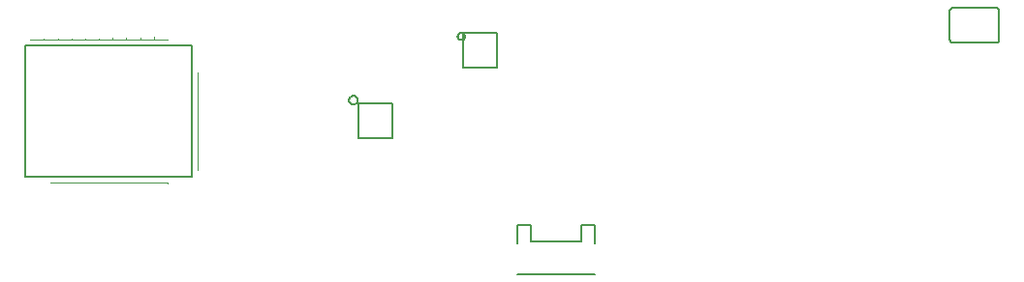
<source format=gbo>
G75*
%MOIN*%
%OFA0B0*%
%FSLAX25Y25*%
%IPPOS*%
%LPD*%
%AMOC8*
5,1,8,0,0,1.08239X$1,22.5*
%
%ADD10C,0.00500*%
%ADD11C,0.00079*%
%ADD12C,0.00800*%
%ADD13C,0.00600*%
D10*
X0004983Y0047837D02*
X0062267Y0047837D01*
X0062267Y0093113D01*
X0004983Y0093113D01*
X0004983Y0047837D01*
X0116413Y0074217D02*
X0116415Y0074294D01*
X0116421Y0074370D01*
X0116431Y0074446D01*
X0116445Y0074521D01*
X0116462Y0074596D01*
X0116484Y0074669D01*
X0116509Y0074742D01*
X0116539Y0074813D01*
X0116571Y0074882D01*
X0116608Y0074949D01*
X0116647Y0075015D01*
X0116690Y0075078D01*
X0116737Y0075139D01*
X0116786Y0075198D01*
X0116839Y0075254D01*
X0116894Y0075307D01*
X0116952Y0075357D01*
X0117012Y0075404D01*
X0117075Y0075448D01*
X0117140Y0075489D01*
X0117207Y0075526D01*
X0117276Y0075560D01*
X0117346Y0075590D01*
X0117418Y0075616D01*
X0117492Y0075638D01*
X0117566Y0075657D01*
X0117641Y0075672D01*
X0117717Y0075683D01*
X0117793Y0075690D01*
X0117870Y0075693D01*
X0117946Y0075692D01*
X0118023Y0075687D01*
X0118099Y0075678D01*
X0118175Y0075665D01*
X0118249Y0075648D01*
X0118323Y0075628D01*
X0118396Y0075603D01*
X0118467Y0075575D01*
X0118537Y0075543D01*
X0118605Y0075508D01*
X0118671Y0075469D01*
X0118735Y0075427D01*
X0118796Y0075381D01*
X0118856Y0075332D01*
X0118912Y0075281D01*
X0118966Y0075226D01*
X0119017Y0075169D01*
X0119065Y0075109D01*
X0119110Y0075047D01*
X0119151Y0074982D01*
X0119189Y0074916D01*
X0119224Y0074848D01*
X0119254Y0074777D01*
X0119282Y0074706D01*
X0119305Y0074633D01*
X0119325Y0074559D01*
X0119341Y0074484D01*
X0119353Y0074408D01*
X0119361Y0074332D01*
X0119365Y0074255D01*
X0119365Y0074179D01*
X0119361Y0074102D01*
X0119353Y0074026D01*
X0119341Y0073950D01*
X0119325Y0073875D01*
X0119305Y0073801D01*
X0119282Y0073728D01*
X0119254Y0073657D01*
X0119224Y0073586D01*
X0119189Y0073518D01*
X0119151Y0073452D01*
X0119110Y0073387D01*
X0119065Y0073325D01*
X0119017Y0073265D01*
X0118966Y0073208D01*
X0118912Y0073153D01*
X0118856Y0073102D01*
X0118796Y0073053D01*
X0118735Y0073007D01*
X0118671Y0072965D01*
X0118605Y0072926D01*
X0118537Y0072891D01*
X0118467Y0072859D01*
X0118396Y0072831D01*
X0118323Y0072806D01*
X0118249Y0072786D01*
X0118175Y0072769D01*
X0118099Y0072756D01*
X0118023Y0072747D01*
X0117946Y0072742D01*
X0117870Y0072741D01*
X0117793Y0072744D01*
X0117717Y0072751D01*
X0117641Y0072762D01*
X0117566Y0072777D01*
X0117492Y0072796D01*
X0117418Y0072818D01*
X0117346Y0072844D01*
X0117276Y0072874D01*
X0117207Y0072908D01*
X0117140Y0072945D01*
X0117075Y0072986D01*
X0117012Y0073030D01*
X0116952Y0073077D01*
X0116894Y0073127D01*
X0116839Y0073180D01*
X0116786Y0073236D01*
X0116737Y0073295D01*
X0116690Y0073356D01*
X0116647Y0073419D01*
X0116608Y0073485D01*
X0116571Y0073552D01*
X0116539Y0073621D01*
X0116509Y0073692D01*
X0116484Y0073765D01*
X0116462Y0073838D01*
X0116445Y0073913D01*
X0116431Y0073988D01*
X0116421Y0074064D01*
X0116415Y0074140D01*
X0116413Y0074217D01*
X0119661Y0072918D02*
X0119661Y0061107D01*
X0131472Y0061107D01*
X0131472Y0072918D01*
X0119661Y0072918D01*
X0155661Y0085507D02*
X0167472Y0085507D01*
X0167472Y0097318D01*
X0155661Y0097318D01*
X0155661Y0085507D01*
X0153815Y0096176D02*
X0153817Y0096246D01*
X0153823Y0096317D01*
X0153833Y0096386D01*
X0153846Y0096455D01*
X0153864Y0096524D01*
X0153885Y0096591D01*
X0153911Y0096657D01*
X0153939Y0096721D01*
X0153972Y0096784D01*
X0154008Y0096844D01*
X0154047Y0096903D01*
X0154089Y0096959D01*
X0154134Y0097013D01*
X0154183Y0097064D01*
X0154234Y0097113D01*
X0154288Y0097158D01*
X0154344Y0097200D01*
X0154403Y0097239D01*
X0154463Y0097275D01*
X0154526Y0097308D01*
X0154590Y0097336D01*
X0154656Y0097362D01*
X0154723Y0097383D01*
X0154792Y0097401D01*
X0154861Y0097414D01*
X0154930Y0097424D01*
X0155001Y0097430D01*
X0155071Y0097432D01*
X0155141Y0097430D01*
X0155212Y0097424D01*
X0155281Y0097414D01*
X0155350Y0097401D01*
X0155419Y0097383D01*
X0155486Y0097362D01*
X0155552Y0097336D01*
X0155616Y0097308D01*
X0155679Y0097275D01*
X0155739Y0097239D01*
X0155798Y0097200D01*
X0155854Y0097158D01*
X0155908Y0097113D01*
X0155959Y0097064D01*
X0156008Y0097013D01*
X0156053Y0096959D01*
X0156095Y0096903D01*
X0156134Y0096844D01*
X0156170Y0096784D01*
X0156203Y0096721D01*
X0156231Y0096657D01*
X0156257Y0096591D01*
X0156278Y0096524D01*
X0156296Y0096455D01*
X0156309Y0096386D01*
X0156319Y0096317D01*
X0156325Y0096246D01*
X0156327Y0096176D01*
X0156325Y0096106D01*
X0156319Y0096035D01*
X0156309Y0095966D01*
X0156296Y0095897D01*
X0156278Y0095828D01*
X0156257Y0095761D01*
X0156231Y0095695D01*
X0156203Y0095631D01*
X0156170Y0095568D01*
X0156134Y0095508D01*
X0156095Y0095449D01*
X0156053Y0095393D01*
X0156008Y0095339D01*
X0155959Y0095288D01*
X0155908Y0095239D01*
X0155854Y0095194D01*
X0155798Y0095152D01*
X0155739Y0095113D01*
X0155679Y0095077D01*
X0155616Y0095044D01*
X0155552Y0095016D01*
X0155486Y0094990D01*
X0155419Y0094969D01*
X0155350Y0094951D01*
X0155281Y0094938D01*
X0155212Y0094928D01*
X0155141Y0094922D01*
X0155071Y0094920D01*
X0155001Y0094922D01*
X0154930Y0094928D01*
X0154861Y0094938D01*
X0154792Y0094951D01*
X0154723Y0094969D01*
X0154656Y0094990D01*
X0154590Y0095016D01*
X0154526Y0095044D01*
X0154463Y0095077D01*
X0154403Y0095113D01*
X0154344Y0095152D01*
X0154288Y0095194D01*
X0154234Y0095239D01*
X0154183Y0095288D01*
X0154134Y0095339D01*
X0154089Y0095393D01*
X0154047Y0095449D01*
X0154008Y0095508D01*
X0153972Y0095568D01*
X0153939Y0095631D01*
X0153911Y0095695D01*
X0153885Y0095761D01*
X0153864Y0095828D01*
X0153846Y0095897D01*
X0153833Y0095966D01*
X0153823Y0096035D01*
X0153817Y0096106D01*
X0153815Y0096176D01*
D11*
X0020928Y0045869D02*
X0013723Y0045869D01*
X0020928Y0045869D02*
X0020928Y0045672D01*
X0020928Y0045869D02*
X0025652Y0045869D01*
X0025652Y0045672D01*
X0025652Y0045869D02*
X0030377Y0045869D01*
X0030377Y0045711D01*
X0030377Y0045869D02*
X0035101Y0045869D01*
X0035101Y0045554D01*
X0035101Y0045869D02*
X0039826Y0045869D01*
X0039826Y0045672D01*
X0039826Y0045869D02*
X0044550Y0045869D01*
X0044550Y0045554D01*
X0044550Y0045869D02*
X0049275Y0045869D01*
X0049275Y0045593D01*
X0049275Y0045869D02*
X0053999Y0045869D01*
X0053999Y0045435D01*
X0064235Y0050160D02*
X0064235Y0055514D01*
X0064353Y0055514D01*
X0064235Y0055514D02*
X0064235Y0060239D01*
X0064393Y0060239D01*
X0064235Y0060239D02*
X0064235Y0064963D01*
X0064353Y0064963D01*
X0064235Y0064963D02*
X0064235Y0069687D01*
X0064353Y0069687D01*
X0064235Y0069687D02*
X0064235Y0074412D01*
X0064393Y0074412D01*
X0064235Y0074412D02*
X0064235Y0079136D01*
X0064471Y0079136D01*
X0064235Y0079136D02*
X0064235Y0083861D01*
X0053999Y0095081D02*
X0049275Y0095081D01*
X0049275Y0095987D01*
X0049275Y0095081D02*
X0044550Y0095081D01*
X0044550Y0095632D01*
X0044550Y0095081D02*
X0039826Y0095081D01*
X0039826Y0095554D01*
X0039826Y0095081D02*
X0035101Y0095081D01*
X0035101Y0095829D01*
X0035101Y0095081D02*
X0030377Y0095081D01*
X0030377Y0095317D01*
X0030377Y0095081D02*
X0025652Y0095081D01*
X0025652Y0095239D01*
X0025652Y0095081D02*
X0020928Y0095081D01*
X0020928Y0095239D01*
X0020928Y0095081D02*
X0016204Y0095081D01*
X0016204Y0095317D01*
X0016204Y0095081D02*
X0011479Y0095081D01*
X0011479Y0095239D01*
X0011479Y0095081D02*
X0006755Y0095081D01*
D12*
X0174181Y0031033D02*
X0174181Y0024734D01*
X0178905Y0025521D02*
X0178905Y0031033D01*
X0174181Y0031033D01*
X0178905Y0025521D02*
X0196228Y0025521D01*
X0196228Y0031033D01*
X0200952Y0031033D01*
X0200952Y0024734D01*
X0200952Y0014104D02*
X0174181Y0014104D01*
D13*
X0323167Y0095113D02*
X0323167Y0105113D01*
X0323169Y0105173D01*
X0323174Y0105234D01*
X0323183Y0105293D01*
X0323196Y0105352D01*
X0323212Y0105411D01*
X0323232Y0105468D01*
X0323255Y0105523D01*
X0323282Y0105578D01*
X0323311Y0105630D01*
X0323344Y0105681D01*
X0323380Y0105730D01*
X0323418Y0105776D01*
X0323460Y0105820D01*
X0323504Y0105862D01*
X0323550Y0105900D01*
X0323599Y0105936D01*
X0323650Y0105969D01*
X0323702Y0105998D01*
X0323757Y0106025D01*
X0323812Y0106048D01*
X0323869Y0106068D01*
X0323928Y0106084D01*
X0323987Y0106097D01*
X0324046Y0106106D01*
X0324107Y0106111D01*
X0324167Y0106113D01*
X0339167Y0106113D01*
X0339227Y0106111D01*
X0339288Y0106106D01*
X0339347Y0106097D01*
X0339406Y0106084D01*
X0339465Y0106068D01*
X0339522Y0106048D01*
X0339577Y0106025D01*
X0339632Y0105998D01*
X0339684Y0105969D01*
X0339735Y0105936D01*
X0339784Y0105900D01*
X0339830Y0105862D01*
X0339874Y0105820D01*
X0339916Y0105776D01*
X0339954Y0105730D01*
X0339990Y0105681D01*
X0340023Y0105630D01*
X0340052Y0105578D01*
X0340079Y0105523D01*
X0340102Y0105468D01*
X0340122Y0105411D01*
X0340138Y0105352D01*
X0340151Y0105293D01*
X0340160Y0105234D01*
X0340165Y0105173D01*
X0340167Y0105113D01*
X0340167Y0095113D01*
X0340165Y0095053D01*
X0340160Y0094992D01*
X0340151Y0094933D01*
X0340138Y0094874D01*
X0340122Y0094815D01*
X0340102Y0094758D01*
X0340079Y0094703D01*
X0340052Y0094648D01*
X0340023Y0094596D01*
X0339990Y0094545D01*
X0339954Y0094496D01*
X0339916Y0094450D01*
X0339874Y0094406D01*
X0339830Y0094364D01*
X0339784Y0094326D01*
X0339735Y0094290D01*
X0339684Y0094257D01*
X0339632Y0094228D01*
X0339577Y0094201D01*
X0339522Y0094178D01*
X0339465Y0094158D01*
X0339406Y0094142D01*
X0339347Y0094129D01*
X0339288Y0094120D01*
X0339227Y0094115D01*
X0339167Y0094113D01*
X0324167Y0094113D01*
X0324107Y0094115D01*
X0324046Y0094120D01*
X0323987Y0094129D01*
X0323928Y0094142D01*
X0323869Y0094158D01*
X0323812Y0094178D01*
X0323757Y0094201D01*
X0323702Y0094228D01*
X0323650Y0094257D01*
X0323599Y0094290D01*
X0323550Y0094326D01*
X0323504Y0094364D01*
X0323460Y0094406D01*
X0323418Y0094450D01*
X0323380Y0094496D01*
X0323344Y0094545D01*
X0323311Y0094596D01*
X0323282Y0094648D01*
X0323255Y0094703D01*
X0323232Y0094758D01*
X0323212Y0094815D01*
X0323196Y0094874D01*
X0323183Y0094933D01*
X0323174Y0094992D01*
X0323169Y0095053D01*
X0323167Y0095113D01*
M02*

</source>
